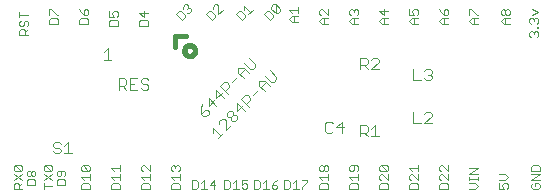
<source format=gto>
G75*
%MOIN*%
%OFA0B0*%
%FSLAX25Y25*%
%IPPOS*%
%LPD*%
%AMOC8*
5,1,8,0,0,1.08239X$1,22.5*
%
%ADD10C,0.00300*%
%ADD11C,0.01600*%
D10*
X0003573Y0012400D02*
X0003573Y0013851D01*
X0004056Y0014335D01*
X0005024Y0014335D01*
X0005508Y0013851D01*
X0005508Y0012400D01*
X0006475Y0012400D02*
X0003573Y0012400D01*
X0005508Y0013367D02*
X0006475Y0014335D01*
X0007948Y0013650D02*
X0007948Y0015101D01*
X0008431Y0015585D01*
X0010366Y0015585D01*
X0010850Y0015101D01*
X0010850Y0013650D01*
X0007948Y0013650D01*
X0006475Y0015347D02*
X0003573Y0017281D01*
X0004056Y0018293D02*
X0003573Y0018777D01*
X0003573Y0019744D01*
X0004056Y0020228D01*
X0005991Y0018293D01*
X0006475Y0018777D01*
X0006475Y0019744D01*
X0005991Y0020228D01*
X0004056Y0020228D01*
X0004056Y0018293D02*
X0005991Y0018293D01*
X0006475Y0017281D02*
X0003573Y0015347D01*
X0007948Y0017080D02*
X0007948Y0018048D01*
X0008431Y0018531D01*
X0008915Y0018531D01*
X0009399Y0018048D01*
X0009399Y0017080D01*
X0008915Y0016597D01*
X0008431Y0016597D01*
X0007948Y0017080D01*
X0009399Y0017080D02*
X0009883Y0016597D01*
X0010366Y0016597D01*
X0010850Y0017080D01*
X0010850Y0018048D01*
X0010366Y0018531D01*
X0009883Y0018531D01*
X0009399Y0018048D01*
X0013573Y0018777D02*
X0013573Y0019744D01*
X0014056Y0020228D01*
X0015991Y0018293D01*
X0016475Y0018777D01*
X0016475Y0019744D01*
X0015991Y0020228D01*
X0014056Y0020228D01*
X0013573Y0018777D02*
X0014056Y0018293D01*
X0015991Y0018293D01*
X0016475Y0017281D02*
X0013573Y0015347D01*
X0013573Y0017281D02*
X0016475Y0015347D01*
X0017948Y0015101D02*
X0017948Y0013650D01*
X0020850Y0013650D01*
X0020850Y0015101D01*
X0020366Y0015585D01*
X0018431Y0015585D01*
X0017948Y0015101D01*
X0018431Y0016597D02*
X0018915Y0016597D01*
X0019399Y0017080D01*
X0019399Y0018531D01*
X0020366Y0018531D02*
X0018431Y0018531D01*
X0017948Y0018048D01*
X0017948Y0017080D01*
X0018431Y0016597D01*
X0020366Y0016597D02*
X0020850Y0017080D01*
X0020850Y0018048D01*
X0020366Y0018531D01*
X0026073Y0018777D02*
X0026556Y0018293D01*
X0028491Y0018293D01*
X0026556Y0020228D01*
X0028491Y0020228D01*
X0028975Y0019744D01*
X0028975Y0018777D01*
X0028491Y0018293D01*
X0028975Y0017281D02*
X0028975Y0015347D01*
X0028975Y0016314D02*
X0026073Y0016314D01*
X0027040Y0015347D01*
X0026556Y0014335D02*
X0026073Y0013851D01*
X0026073Y0012400D01*
X0028975Y0012400D01*
X0028975Y0013851D01*
X0028491Y0014335D01*
X0026556Y0014335D01*
X0036073Y0013851D02*
X0036073Y0012400D01*
X0038975Y0012400D01*
X0038975Y0013851D01*
X0038491Y0014335D01*
X0036556Y0014335D01*
X0036073Y0013851D01*
X0037040Y0015347D02*
X0036073Y0016314D01*
X0038975Y0016314D01*
X0038975Y0015347D02*
X0038975Y0017281D01*
X0038975Y0018293D02*
X0038975Y0020228D01*
X0038975Y0019261D02*
X0036073Y0019261D01*
X0037040Y0018293D01*
X0046073Y0018777D02*
X0046556Y0018293D01*
X0046073Y0018777D02*
X0046073Y0019744D01*
X0046556Y0020228D01*
X0047040Y0020228D01*
X0048975Y0018293D01*
X0048975Y0020228D01*
X0048975Y0017281D02*
X0048975Y0015347D01*
X0048975Y0016314D02*
X0046073Y0016314D01*
X0047040Y0015347D01*
X0046556Y0014335D02*
X0046073Y0013851D01*
X0046073Y0012400D01*
X0048975Y0012400D01*
X0048975Y0013851D01*
X0048491Y0014335D01*
X0046556Y0014335D01*
X0056073Y0013851D02*
X0056073Y0012400D01*
X0058975Y0012400D01*
X0058975Y0013851D01*
X0058491Y0014335D01*
X0056556Y0014335D01*
X0056073Y0013851D01*
X0057040Y0015347D02*
X0056073Y0016314D01*
X0058975Y0016314D01*
X0058975Y0015347D02*
X0058975Y0017281D01*
X0058491Y0018293D02*
X0058975Y0018777D01*
X0058975Y0019744D01*
X0058491Y0020228D01*
X0058008Y0020228D01*
X0057524Y0019744D01*
X0057524Y0019261D01*
X0057524Y0019744D02*
X0057040Y0020228D01*
X0056556Y0020228D01*
X0056073Y0019744D01*
X0056073Y0018777D01*
X0056556Y0018293D01*
X0063025Y0015302D02*
X0064476Y0015302D01*
X0064960Y0014819D01*
X0064960Y0012884D01*
X0064476Y0012400D01*
X0063025Y0012400D01*
X0063025Y0015302D01*
X0065972Y0014335D02*
X0066939Y0015302D01*
X0066939Y0012400D01*
X0065972Y0012400D02*
X0067906Y0012400D01*
X0068918Y0013851D02*
X0070853Y0013851D01*
X0070369Y0015302D02*
X0068918Y0013851D01*
X0070369Y0012400D02*
X0070369Y0015302D01*
X0073650Y0015302D02*
X0075101Y0015302D01*
X0075585Y0014819D01*
X0075585Y0012884D01*
X0075101Y0012400D01*
X0073650Y0012400D01*
X0073650Y0015302D01*
X0076597Y0014335D02*
X0077564Y0015302D01*
X0077564Y0012400D01*
X0076597Y0012400D02*
X0078531Y0012400D01*
X0079543Y0012884D02*
X0080027Y0012400D01*
X0080994Y0012400D01*
X0081478Y0012884D01*
X0081478Y0013851D01*
X0080994Y0014335D01*
X0080511Y0014335D01*
X0079543Y0013851D01*
X0079543Y0015302D01*
X0081478Y0015302D01*
X0083650Y0015302D02*
X0085101Y0015302D01*
X0085585Y0014819D01*
X0085585Y0012884D01*
X0085101Y0012400D01*
X0083650Y0012400D01*
X0083650Y0015302D01*
X0086597Y0014335D02*
X0087564Y0015302D01*
X0087564Y0012400D01*
X0086597Y0012400D02*
X0088531Y0012400D01*
X0089543Y0012884D02*
X0090027Y0012400D01*
X0090994Y0012400D01*
X0091478Y0012884D01*
X0091478Y0013367D01*
X0090994Y0013851D01*
X0089543Y0013851D01*
X0089543Y0012884D01*
X0089543Y0013851D02*
X0090511Y0014819D01*
X0091478Y0015302D01*
X0093650Y0015302D02*
X0095101Y0015302D01*
X0095585Y0014819D01*
X0095585Y0012884D01*
X0095101Y0012400D01*
X0093650Y0012400D01*
X0093650Y0015302D01*
X0096597Y0014335D02*
X0097564Y0015302D01*
X0097564Y0012400D01*
X0096597Y0012400D02*
X0098531Y0012400D01*
X0099543Y0012400D02*
X0099543Y0012884D01*
X0101478Y0014819D01*
X0101478Y0015302D01*
X0099543Y0015302D01*
X0105448Y0016314D02*
X0106415Y0015347D01*
X0105448Y0016314D02*
X0108350Y0016314D01*
X0108350Y0015347D02*
X0108350Y0017281D01*
X0107866Y0018293D02*
X0107383Y0018293D01*
X0106899Y0018777D01*
X0106899Y0019744D01*
X0107383Y0020228D01*
X0107866Y0020228D01*
X0108350Y0019744D01*
X0108350Y0018777D01*
X0107866Y0018293D01*
X0106899Y0018777D02*
X0106415Y0018293D01*
X0105931Y0018293D01*
X0105448Y0018777D01*
X0105448Y0019744D01*
X0105931Y0020228D01*
X0106415Y0020228D01*
X0106899Y0019744D01*
X0115448Y0019744D02*
X0115448Y0018777D01*
X0115931Y0018293D01*
X0116415Y0018293D01*
X0116899Y0018777D01*
X0116899Y0020228D01*
X0117866Y0020228D02*
X0115931Y0020228D01*
X0115448Y0019744D01*
X0117866Y0020228D02*
X0118350Y0019744D01*
X0118350Y0018777D01*
X0117866Y0018293D01*
X0118350Y0017281D02*
X0118350Y0015347D01*
X0118350Y0016314D02*
X0115448Y0016314D01*
X0116415Y0015347D01*
X0115931Y0014335D02*
X0115448Y0013851D01*
X0115448Y0012400D01*
X0118350Y0012400D01*
X0118350Y0013851D01*
X0117866Y0014335D01*
X0115931Y0014335D01*
X0108350Y0013851D02*
X0108350Y0012400D01*
X0105448Y0012400D01*
X0105448Y0013851D01*
X0105931Y0014335D01*
X0107866Y0014335D01*
X0108350Y0013851D01*
X0125448Y0013851D02*
X0125448Y0012400D01*
X0128350Y0012400D01*
X0128350Y0013851D01*
X0127866Y0014335D01*
X0125931Y0014335D01*
X0125448Y0013851D01*
X0125931Y0015347D02*
X0125448Y0015830D01*
X0125448Y0016798D01*
X0125931Y0017281D01*
X0126415Y0017281D01*
X0128350Y0015347D01*
X0128350Y0017281D01*
X0127866Y0018293D02*
X0125931Y0018293D01*
X0125448Y0018777D01*
X0125448Y0019744D01*
X0125931Y0020228D01*
X0127866Y0018293D01*
X0128350Y0018777D01*
X0128350Y0019744D01*
X0127866Y0020228D01*
X0125931Y0020228D01*
X0135448Y0019261D02*
X0136415Y0018293D01*
X0136415Y0017281D02*
X0135931Y0017281D01*
X0135448Y0016798D01*
X0135448Y0015830D01*
X0135931Y0015347D01*
X0135931Y0014335D02*
X0135448Y0013851D01*
X0135448Y0012400D01*
X0138350Y0012400D01*
X0138350Y0013851D01*
X0137866Y0014335D01*
X0135931Y0014335D01*
X0138350Y0015347D02*
X0136415Y0017281D01*
X0138350Y0017281D02*
X0138350Y0015347D01*
X0138350Y0018293D02*
X0138350Y0020228D01*
X0138350Y0019261D02*
X0135448Y0019261D01*
X0145448Y0019744D02*
X0145448Y0018777D01*
X0145931Y0018293D01*
X0145931Y0017281D02*
X0145448Y0016798D01*
X0145448Y0015830D01*
X0145931Y0015347D01*
X0146415Y0017281D02*
X0148350Y0015347D01*
X0148350Y0017281D01*
X0148350Y0018293D02*
X0146415Y0020228D01*
X0145931Y0020228D01*
X0145448Y0019744D01*
X0148350Y0020228D02*
X0148350Y0018293D01*
X0146415Y0017281D02*
X0145931Y0017281D01*
X0145931Y0014335D02*
X0145448Y0013851D01*
X0145448Y0012400D01*
X0148350Y0012400D01*
X0148350Y0013851D01*
X0147866Y0014335D01*
X0145931Y0014335D01*
X0155448Y0014335D02*
X0157383Y0014335D01*
X0158350Y0013367D01*
X0157383Y0012400D01*
X0155448Y0012400D01*
X0155448Y0015347D02*
X0155448Y0016314D01*
X0155448Y0015830D02*
X0158350Y0015830D01*
X0158350Y0015347D02*
X0158350Y0016314D01*
X0158350Y0017311D02*
X0155448Y0017311D01*
X0158350Y0019246D01*
X0155448Y0019246D01*
X0165448Y0017281D02*
X0167383Y0017281D01*
X0168350Y0016314D01*
X0167383Y0015347D01*
X0165448Y0015347D01*
X0165448Y0014335D02*
X0165448Y0012400D01*
X0166899Y0012400D01*
X0166415Y0013367D01*
X0166415Y0013851D01*
X0166899Y0014335D01*
X0167866Y0014335D01*
X0168350Y0013851D01*
X0168350Y0012884D01*
X0167866Y0012400D01*
X0176073Y0012884D02*
X0176556Y0012400D01*
X0178491Y0012400D01*
X0178975Y0012884D01*
X0178975Y0013851D01*
X0178491Y0014335D01*
X0177524Y0014335D01*
X0177524Y0013367D01*
X0176556Y0014335D02*
X0176073Y0013851D01*
X0176073Y0012884D01*
X0176073Y0015347D02*
X0178975Y0017281D01*
X0176073Y0017281D01*
X0176073Y0018293D02*
X0176073Y0019744D01*
X0176556Y0020228D01*
X0178491Y0020228D01*
X0178975Y0019744D01*
X0178975Y0018293D01*
X0176073Y0018293D01*
X0176073Y0015347D02*
X0178975Y0015347D01*
X0142927Y0034275D02*
X0140458Y0034275D01*
X0142927Y0036744D01*
X0142927Y0037361D01*
X0142310Y0037978D01*
X0141075Y0037978D01*
X0140458Y0037361D01*
X0136775Y0037978D02*
X0136775Y0034275D01*
X0139244Y0034275D01*
X0125311Y0029900D02*
X0122842Y0029900D01*
X0121627Y0029900D02*
X0120393Y0031134D01*
X0121010Y0031134D02*
X0119159Y0031134D01*
X0119159Y0029900D02*
X0119159Y0033603D01*
X0121010Y0033603D01*
X0121627Y0032986D01*
X0121627Y0031752D01*
X0121010Y0031134D01*
X0122842Y0032369D02*
X0124076Y0033603D01*
X0124076Y0029900D01*
X0113552Y0033002D02*
X0111083Y0033002D01*
X0112935Y0034853D01*
X0112935Y0031150D01*
X0109869Y0031767D02*
X0109252Y0031150D01*
X0108017Y0031150D01*
X0107400Y0031767D01*
X0107400Y0034236D01*
X0108017Y0034853D01*
X0109252Y0034853D01*
X0109869Y0034236D01*
X0087251Y0044963D02*
X0085506Y0046709D01*
X0085506Y0048455D01*
X0087251Y0048455D01*
X0088997Y0046709D01*
X0089419Y0048004D02*
X0090292Y0048004D01*
X0091165Y0048877D01*
X0091165Y0049750D01*
X0088983Y0051932D01*
X0087237Y0050186D02*
X0089419Y0048004D01*
X0087688Y0048018D02*
X0085942Y0046273D01*
X0085083Y0045414D02*
X0083338Y0043668D01*
X0082479Y0042810D02*
X0082479Y0041937D01*
X0081170Y0040627D01*
X0082042Y0039755D02*
X0079424Y0042373D01*
X0080733Y0043682D01*
X0081606Y0043682D01*
X0082479Y0042810D01*
X0078129Y0041078D02*
X0078129Y0038459D01*
X0079875Y0040205D01*
X0080747Y0038459D02*
X0078129Y0041078D01*
X0076397Y0038474D02*
X0075524Y0038474D01*
X0074652Y0037601D01*
X0074652Y0036728D01*
X0075088Y0036292D01*
X0075961Y0036292D01*
X0076834Y0037164D01*
X0077707Y0037164D01*
X0078143Y0036728D01*
X0078143Y0035855D01*
X0077270Y0034982D01*
X0076397Y0034982D01*
X0075961Y0035419D01*
X0075961Y0036292D01*
X0074229Y0035433D02*
X0073793Y0035869D01*
X0072920Y0035869D01*
X0072047Y0034996D01*
X0072047Y0034124D01*
X0074229Y0035433D02*
X0074229Y0031941D01*
X0075975Y0033687D01*
X0073371Y0031083D02*
X0071625Y0029337D01*
X0072498Y0030210D02*
X0069879Y0032828D01*
X0069879Y0031083D01*
X0067686Y0036649D02*
X0068559Y0037521D01*
X0068559Y0038394D01*
X0068123Y0038831D01*
X0067250Y0038831D01*
X0065941Y0037521D01*
X0066814Y0036649D01*
X0067686Y0036649D01*
X0065941Y0037521D02*
X0065941Y0039267D01*
X0066377Y0040576D01*
X0068545Y0040126D02*
X0068545Y0042744D01*
X0071164Y0040126D01*
X0070291Y0041871D02*
X0068545Y0040126D01*
X0071149Y0042730D02*
X0072895Y0044476D01*
X0074190Y0044898D02*
X0075500Y0046207D01*
X0075500Y0047080D01*
X0074627Y0047953D01*
X0073754Y0047953D01*
X0072445Y0046644D01*
X0075063Y0044025D01*
X0073768Y0042730D02*
X0071149Y0045349D01*
X0071149Y0042730D01*
X0076397Y0038474D02*
X0076834Y0038037D01*
X0076834Y0037164D01*
X0076358Y0047939D02*
X0078104Y0049685D01*
X0078963Y0050543D02*
X0080708Y0052289D01*
X0080272Y0052725D02*
X0078526Y0052725D01*
X0078526Y0050980D01*
X0080272Y0049234D01*
X0082018Y0050980D02*
X0080272Y0052725D01*
X0080258Y0054457D02*
X0082440Y0052275D01*
X0083313Y0052275D01*
X0084185Y0053148D01*
X0084185Y0054020D01*
X0082003Y0056203D01*
X0105448Y0068367D02*
X0106415Y0067400D01*
X0108350Y0067400D01*
X0106899Y0067400D02*
X0106899Y0069335D01*
X0106415Y0069335D02*
X0108350Y0069335D01*
X0108350Y0070347D02*
X0106415Y0072281D01*
X0105931Y0072281D01*
X0105448Y0071798D01*
X0105448Y0070830D01*
X0105931Y0070347D01*
X0106415Y0069335D02*
X0105448Y0068367D01*
X0108350Y0070347D02*
X0108350Y0072281D01*
X0115448Y0071798D02*
X0115448Y0070830D01*
X0115931Y0070347D01*
X0116415Y0069335D02*
X0118350Y0069335D01*
X0117866Y0070347D02*
X0118350Y0070830D01*
X0118350Y0071798D01*
X0117866Y0072281D01*
X0117383Y0072281D01*
X0116899Y0071798D01*
X0116899Y0071314D01*
X0116899Y0071798D02*
X0116415Y0072281D01*
X0115931Y0072281D01*
X0115448Y0071798D01*
X0116415Y0069335D02*
X0115448Y0068367D01*
X0116415Y0067400D01*
X0118350Y0067400D01*
X0116899Y0067400D02*
X0116899Y0069335D01*
X0125448Y0068367D02*
X0126415Y0067400D01*
X0128350Y0067400D01*
X0126899Y0067400D02*
X0126899Y0069335D01*
X0126415Y0069335D02*
X0128350Y0069335D01*
X0126899Y0070347D02*
X0126899Y0072281D01*
X0128350Y0071798D02*
X0125448Y0071798D01*
X0126899Y0070347D01*
X0126415Y0069335D02*
X0125448Y0068367D01*
X0135448Y0068367D02*
X0136415Y0067400D01*
X0138350Y0067400D01*
X0136899Y0067400D02*
X0136899Y0069335D01*
X0136415Y0069335D02*
X0138350Y0069335D01*
X0137866Y0070347D02*
X0138350Y0070830D01*
X0138350Y0071798D01*
X0137866Y0072281D01*
X0136899Y0072281D01*
X0136415Y0071798D01*
X0136415Y0071314D01*
X0136899Y0070347D01*
X0135448Y0070347D01*
X0135448Y0072281D01*
X0136415Y0069335D02*
X0135448Y0068367D01*
X0145448Y0068367D02*
X0146415Y0069335D01*
X0148350Y0069335D01*
X0147866Y0070347D02*
X0146899Y0070347D01*
X0146899Y0071798D01*
X0147383Y0072281D01*
X0147866Y0072281D01*
X0148350Y0071798D01*
X0148350Y0070830D01*
X0147866Y0070347D01*
X0146899Y0070347D02*
X0145931Y0071314D01*
X0145448Y0072281D01*
X0146899Y0069335D02*
X0146899Y0067400D01*
X0146415Y0067400D02*
X0145448Y0068367D01*
X0146415Y0067400D02*
X0148350Y0067400D01*
X0155448Y0068367D02*
X0156415Y0067400D01*
X0158350Y0067400D01*
X0156899Y0067400D02*
X0156899Y0069335D01*
X0156415Y0069335D02*
X0158350Y0069335D01*
X0158350Y0070347D02*
X0157866Y0070347D01*
X0155931Y0072281D01*
X0155448Y0072281D01*
X0155448Y0070347D01*
X0156415Y0069335D02*
X0155448Y0068367D01*
X0166073Y0068367D02*
X0167040Y0067400D01*
X0168975Y0067400D01*
X0167524Y0067400D02*
X0167524Y0069335D01*
X0167040Y0069335D02*
X0168975Y0069335D01*
X0168491Y0070347D02*
X0168008Y0070347D01*
X0167524Y0070830D01*
X0167524Y0071798D01*
X0168008Y0072281D01*
X0168491Y0072281D01*
X0168975Y0071798D01*
X0168975Y0070830D01*
X0168491Y0070347D01*
X0167524Y0070830D02*
X0167040Y0070347D01*
X0166556Y0070347D01*
X0166073Y0070830D01*
X0166073Y0071798D01*
X0166556Y0072281D01*
X0167040Y0072281D01*
X0167524Y0071798D01*
X0167040Y0069335D02*
X0166073Y0068367D01*
X0175448Y0067929D02*
X0175931Y0067445D01*
X0175448Y0067929D02*
X0175448Y0068896D01*
X0175931Y0069380D01*
X0176415Y0069380D01*
X0176899Y0068896D01*
X0177383Y0069380D01*
X0177866Y0069380D01*
X0178350Y0068896D01*
X0178350Y0067929D01*
X0177866Y0067445D01*
X0177866Y0066455D02*
X0178350Y0066455D01*
X0178350Y0065972D01*
X0177866Y0065972D01*
X0177866Y0066455D01*
X0177866Y0064960D02*
X0178350Y0064476D01*
X0178350Y0063509D01*
X0177866Y0063025D01*
X0176899Y0063992D02*
X0176899Y0064476D01*
X0177383Y0064960D01*
X0177866Y0064960D01*
X0176899Y0064476D02*
X0176415Y0064960D01*
X0175931Y0064960D01*
X0175448Y0064476D01*
X0175448Y0063509D01*
X0175931Y0063025D01*
X0176899Y0068412D02*
X0176899Y0068896D01*
X0176415Y0070391D02*
X0178350Y0071359D01*
X0176415Y0072326D01*
X0142927Y0051736D02*
X0142927Y0051119D01*
X0142310Y0050502D01*
X0142927Y0049884D01*
X0142927Y0049267D01*
X0142310Y0048650D01*
X0141075Y0048650D01*
X0140458Y0049267D01*
X0139244Y0048650D02*
X0136775Y0048650D01*
X0136775Y0052353D01*
X0140458Y0051736D02*
X0141075Y0052353D01*
X0142310Y0052353D01*
X0142927Y0051736D01*
X0142310Y0050502D02*
X0141693Y0050502D01*
X0125311Y0052400D02*
X0122842Y0052400D01*
X0125311Y0054869D01*
X0125311Y0055486D01*
X0124693Y0056103D01*
X0123459Y0056103D01*
X0122842Y0055486D01*
X0121627Y0055486D02*
X0121627Y0054252D01*
X0121010Y0053634D01*
X0119159Y0053634D01*
X0119159Y0052400D02*
X0119159Y0056103D01*
X0121010Y0056103D01*
X0121627Y0055486D01*
X0120393Y0053634D02*
X0121627Y0052400D01*
X0098350Y0068025D02*
X0096415Y0068025D01*
X0095448Y0068992D01*
X0096415Y0069960D01*
X0098350Y0069960D01*
X0096899Y0069960D02*
X0096899Y0068025D01*
X0096415Y0070972D02*
X0095448Y0071939D01*
X0098350Y0071939D01*
X0098350Y0070972D02*
X0098350Y0072906D01*
X0092235Y0072506D02*
X0092235Y0071822D01*
X0091551Y0071138D01*
X0090866Y0071138D01*
X0090866Y0073874D01*
X0092235Y0072506D01*
X0090866Y0071138D02*
X0089498Y0072506D01*
X0089498Y0073190D01*
X0090182Y0073874D01*
X0090866Y0073874D01*
X0088783Y0071791D02*
X0088099Y0071791D01*
X0087073Y0070764D01*
X0089125Y0068712D01*
X0090151Y0069738D01*
X0090151Y0070422D01*
X0088783Y0071791D01*
X0083202Y0072164D02*
X0081834Y0070796D01*
X0082518Y0071480D02*
X0080465Y0073532D01*
X0080465Y0072164D01*
X0079408Y0071791D02*
X0078724Y0071791D01*
X0077698Y0070764D01*
X0079750Y0068712D01*
X0080776Y0069738D01*
X0080776Y0070422D01*
X0079408Y0071791D01*
X0073202Y0072164D02*
X0071834Y0070796D01*
X0071834Y0073532D01*
X0071491Y0073874D01*
X0070807Y0073874D01*
X0070123Y0073190D01*
X0070123Y0072506D01*
X0069408Y0071791D02*
X0068724Y0071791D01*
X0067698Y0070764D01*
X0069750Y0068712D01*
X0070776Y0069738D01*
X0070776Y0070422D01*
X0069408Y0071791D01*
X0062860Y0071822D02*
X0062176Y0071138D01*
X0061491Y0071138D01*
X0060776Y0070422D02*
X0059408Y0071791D01*
X0058724Y0071791D01*
X0057698Y0070764D01*
X0059750Y0068712D01*
X0060776Y0069738D01*
X0060776Y0070422D01*
X0060123Y0072506D02*
X0060123Y0073190D01*
X0060807Y0073874D01*
X0061491Y0073874D01*
X0061834Y0073532D01*
X0061834Y0072848D01*
X0062518Y0072848D01*
X0062860Y0072506D01*
X0062860Y0071822D01*
X0061834Y0072848D02*
X0061491Y0072506D01*
X0048350Y0071173D02*
X0045448Y0071173D01*
X0046899Y0069722D01*
X0046899Y0071656D01*
X0047866Y0068710D02*
X0045931Y0068710D01*
X0045448Y0068226D01*
X0045448Y0066775D01*
X0048350Y0066775D01*
X0048350Y0068226D01*
X0047866Y0068710D01*
X0038350Y0068226D02*
X0038350Y0066775D01*
X0035448Y0066775D01*
X0035448Y0068226D01*
X0035931Y0068710D01*
X0037866Y0068710D01*
X0038350Y0068226D01*
X0037866Y0069722D02*
X0038350Y0070205D01*
X0038350Y0071173D01*
X0037866Y0071656D01*
X0036899Y0071656D01*
X0036415Y0071173D01*
X0036415Y0070689D01*
X0036899Y0069722D01*
X0035448Y0069722D01*
X0035448Y0071656D01*
X0028350Y0071798D02*
X0028350Y0070830D01*
X0027866Y0070347D01*
X0026899Y0070347D01*
X0026899Y0071798D01*
X0027383Y0072281D01*
X0027866Y0072281D01*
X0028350Y0071798D01*
X0026899Y0070347D02*
X0025931Y0071314D01*
X0025448Y0072281D01*
X0025931Y0069335D02*
X0025448Y0068851D01*
X0025448Y0067400D01*
X0028350Y0067400D01*
X0028350Y0068851D01*
X0027866Y0069335D01*
X0025931Y0069335D01*
X0018350Y0068851D02*
X0018350Y0067400D01*
X0015448Y0067400D01*
X0015448Y0068851D01*
X0015931Y0069335D01*
X0017866Y0069335D01*
X0018350Y0068851D01*
X0018350Y0070347D02*
X0017866Y0070347D01*
X0015931Y0072281D01*
X0015448Y0072281D01*
X0015448Y0070347D01*
X0008350Y0070511D02*
X0005448Y0070511D01*
X0005448Y0071478D02*
X0005448Y0069543D01*
X0005931Y0068531D02*
X0005448Y0068048D01*
X0005448Y0067080D01*
X0005931Y0066597D01*
X0006415Y0066597D01*
X0006899Y0067080D01*
X0006899Y0068048D01*
X0007383Y0068531D01*
X0007866Y0068531D01*
X0008350Y0068048D01*
X0008350Y0067080D01*
X0007866Y0066597D01*
X0008350Y0065585D02*
X0007383Y0064617D01*
X0007383Y0065101D02*
X0006899Y0065585D01*
X0005931Y0065585D01*
X0005448Y0065101D01*
X0005448Y0063650D01*
X0008350Y0063650D01*
X0007383Y0063650D02*
X0007383Y0065101D01*
X0033650Y0057994D02*
X0034884Y0059228D01*
X0034884Y0055525D01*
X0033650Y0055525D02*
X0036119Y0055525D01*
X0038650Y0049228D02*
X0040502Y0049228D01*
X0041119Y0048611D01*
X0041119Y0047377D01*
X0040502Y0046759D01*
X0038650Y0046759D01*
X0039884Y0046759D02*
X0041119Y0045525D01*
X0042333Y0045525D02*
X0044802Y0045525D01*
X0046016Y0046142D02*
X0046633Y0045525D01*
X0047868Y0045525D01*
X0048485Y0046142D01*
X0048485Y0046759D01*
X0047868Y0047377D01*
X0046633Y0047377D01*
X0046016Y0047994D01*
X0046016Y0048611D01*
X0046633Y0049228D01*
X0047868Y0049228D01*
X0048485Y0048611D01*
X0044802Y0049228D02*
X0042333Y0049228D01*
X0042333Y0045525D01*
X0038650Y0045525D02*
X0038650Y0049228D01*
X0042333Y0047377D02*
X0043568Y0047377D01*
X0021693Y0027978D02*
X0021693Y0024275D01*
X0022927Y0024275D02*
X0020458Y0024275D01*
X0019244Y0024892D02*
X0018627Y0024275D01*
X0017392Y0024275D01*
X0016775Y0024892D01*
X0017392Y0026127D02*
X0018627Y0026127D01*
X0019244Y0025509D01*
X0019244Y0024892D01*
X0017392Y0026127D02*
X0016775Y0026744D01*
X0016775Y0027361D01*
X0017392Y0027978D01*
X0018627Y0027978D01*
X0019244Y0027361D01*
X0020458Y0026744D02*
X0021693Y0027978D01*
X0026556Y0020228D02*
X0026073Y0019744D01*
X0026073Y0018777D01*
X0016475Y0013367D02*
X0013573Y0013367D01*
X0013573Y0012400D02*
X0013573Y0014335D01*
D11*
X0060482Y0058500D02*
X0060484Y0058583D01*
X0060490Y0058667D01*
X0060500Y0058750D01*
X0060513Y0058832D01*
X0060531Y0058914D01*
X0060553Y0058994D01*
X0060578Y0059074D01*
X0060607Y0059152D01*
X0060639Y0059229D01*
X0060676Y0059305D01*
X0060715Y0059378D01*
X0060759Y0059449D01*
X0060805Y0059519D01*
X0060855Y0059586D01*
X0060908Y0059651D01*
X0060963Y0059713D01*
X0061022Y0059772D01*
X0061084Y0059829D01*
X0061148Y0059882D01*
X0061214Y0059933D01*
X0061283Y0059980D01*
X0061354Y0060024D01*
X0061427Y0060065D01*
X0061502Y0060102D01*
X0061578Y0060135D01*
X0061656Y0060165D01*
X0061736Y0060191D01*
X0061816Y0060214D01*
X0061897Y0060232D01*
X0061980Y0060247D01*
X0062062Y0060258D01*
X0062146Y0060265D01*
X0062229Y0060268D01*
X0062313Y0060267D01*
X0062396Y0060262D01*
X0062479Y0060253D01*
X0062562Y0060240D01*
X0062643Y0060224D01*
X0062724Y0060203D01*
X0062804Y0060179D01*
X0062883Y0060151D01*
X0062960Y0060119D01*
X0063036Y0060084D01*
X0063110Y0060045D01*
X0063182Y0060003D01*
X0063252Y0059957D01*
X0063319Y0059908D01*
X0063385Y0059856D01*
X0063447Y0059801D01*
X0063508Y0059743D01*
X0063565Y0059682D01*
X0063619Y0059619D01*
X0063670Y0059553D01*
X0063719Y0059484D01*
X0063763Y0059414D01*
X0063805Y0059341D01*
X0063843Y0059267D01*
X0063877Y0059191D01*
X0063908Y0059113D01*
X0063935Y0059034D01*
X0063959Y0058954D01*
X0063978Y0058873D01*
X0063994Y0058791D01*
X0064006Y0058708D01*
X0064014Y0058625D01*
X0064018Y0058542D01*
X0064018Y0058458D01*
X0064014Y0058375D01*
X0064006Y0058292D01*
X0063994Y0058209D01*
X0063978Y0058127D01*
X0063959Y0058046D01*
X0063935Y0057966D01*
X0063908Y0057887D01*
X0063877Y0057809D01*
X0063843Y0057733D01*
X0063805Y0057659D01*
X0063763Y0057586D01*
X0063719Y0057516D01*
X0063670Y0057447D01*
X0063619Y0057381D01*
X0063565Y0057318D01*
X0063508Y0057257D01*
X0063447Y0057199D01*
X0063385Y0057144D01*
X0063319Y0057092D01*
X0063252Y0057043D01*
X0063182Y0056997D01*
X0063110Y0056955D01*
X0063036Y0056916D01*
X0062960Y0056881D01*
X0062883Y0056849D01*
X0062804Y0056821D01*
X0062724Y0056797D01*
X0062643Y0056776D01*
X0062562Y0056760D01*
X0062479Y0056747D01*
X0062396Y0056738D01*
X0062313Y0056733D01*
X0062229Y0056732D01*
X0062146Y0056735D01*
X0062062Y0056742D01*
X0061980Y0056753D01*
X0061897Y0056768D01*
X0061816Y0056786D01*
X0061736Y0056809D01*
X0061656Y0056835D01*
X0061578Y0056865D01*
X0061502Y0056898D01*
X0061427Y0056935D01*
X0061354Y0056976D01*
X0061283Y0057020D01*
X0061214Y0057067D01*
X0061148Y0057118D01*
X0061084Y0057171D01*
X0061022Y0057228D01*
X0060963Y0057287D01*
X0060908Y0057349D01*
X0060855Y0057414D01*
X0060805Y0057481D01*
X0060759Y0057551D01*
X0060715Y0057622D01*
X0060676Y0057695D01*
X0060639Y0057771D01*
X0060607Y0057848D01*
X0060578Y0057926D01*
X0060553Y0058006D01*
X0060531Y0058086D01*
X0060513Y0058168D01*
X0060500Y0058250D01*
X0060490Y0058333D01*
X0060484Y0058417D01*
X0060482Y0058500D01*
X0057250Y0059750D02*
X0057250Y0063500D01*
X0061000Y0063500D01*
M02*

</source>
